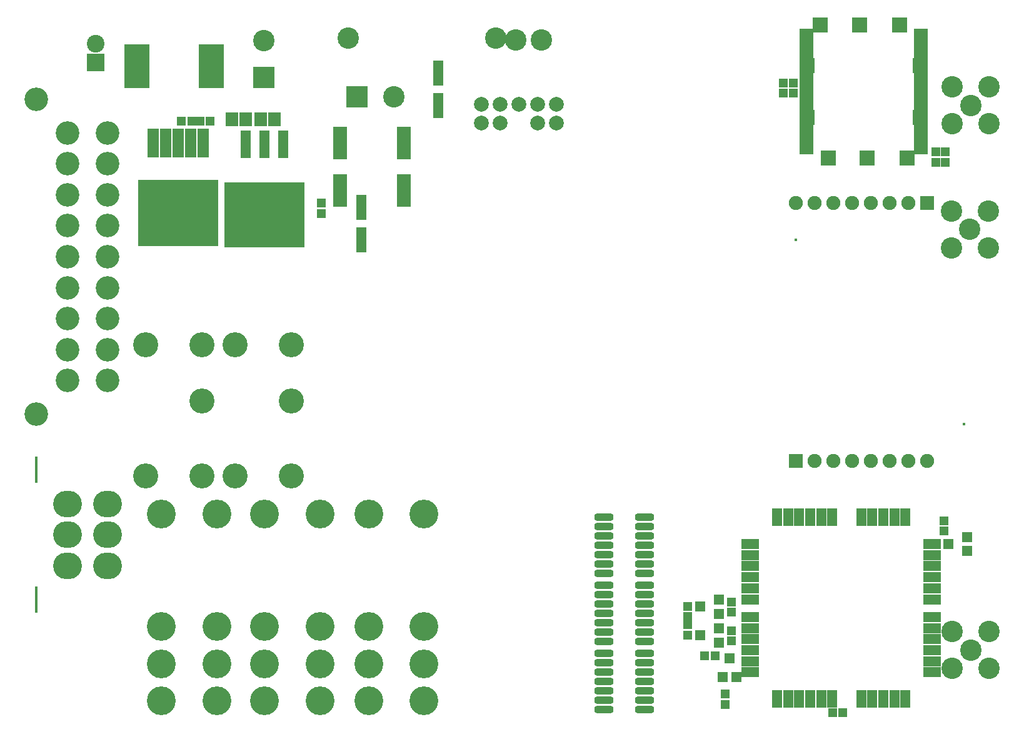
<source format=gbs>
%FSLAX44Y44*%
%MOMM*%
G71*
G01*
G75*
G04 Layer_Color=16711935*
%ADD10R,1.2000X2.0000*%
%ADD11R,1.4000X1.2000*%
%ADD12R,1.2200X0.9100*%
%ADD13R,0.9100X1.2200*%
%ADD14R,0.9000X0.6000*%
%ADD15R,0.6000X0.9000*%
%ADD16R,0.8000X2.6000*%
%ADD17R,2.6000X0.8000*%
%ADD18R,1.0000X1.0000*%
%ADD19R,1.0000X1.0000*%
%ADD20R,1.5000X1.3000*%
%ADD21R,1.3000X1.5000*%
%ADD22R,0.8000X0.9000*%
%ADD23R,0.9000X0.8000*%
%ADD24R,1.7000X3.5000*%
%ADD25R,7.7000X5.5500*%
%ADD26R,2.2000X1.0000*%
%ADD27R,1.1000X2.6000*%
%ADD28O,0.3000X2.1000*%
%ADD29O,2.1000X0.3000*%
%ADD30O,1.7000X0.4500*%
%ADD31R,2.4000X3.3000*%
%ADD32R,2.4000X1.0000*%
%ADD33R,5.5500X7.7000*%
%ADD34R,1.0000X2.2000*%
%ADD35C,0.5000*%
%ADD36C,0.3000*%
%ADD37C,0.7500*%
%ADD38C,1.0000*%
%ADD39C,1.5000*%
%ADD40C,0.8000*%
%ADD41C,3.5000*%
%ADD42C,3.0000*%
%ADD43C,5.0000*%
%ADD44C,1.2500*%
%ADD45C,2.5000*%
%ADD46C,1.6000*%
%ADD47C,2.0000*%
%ADD48R,2.0000X2.0000*%
%ADD49R,2.5000X2.5000*%
%ADD50R,2.5000X2.5000*%
%ADD51C,3.5000*%
%ADD52C,3.0000*%
%ADD53C,2.8000*%
%ADD54O,3.5000X3.2000*%
%ADD55C,1.5000*%
%ADD56R,1.5000X1.5000*%
%ADD57C,0.8000*%
%ADD58C,1.0000*%
%ADD59R,3.1000X5.6000*%
%ADD60R,1.0000X3.0000*%
%ADD61R,1.5000X4.0000*%
%ADD62R,1.5000X0.7000*%
%ADD63R,1.7000X1.7000*%
%ADD64R,1.1000X3.5000*%
%ADD65R,10.5000X8.6000*%
%ADD66R,1.0000X2.0000*%
%ADD67R,2.0000X1.0000*%
G04:AMPARAMS|DCode=68|XSize=2.2mm|YSize=0.6mm|CornerRadius=0.15mm|HoleSize=0mm|Usage=FLASHONLY|Rotation=180.000|XOffset=0mm|YOffset=0mm|HoleType=Round|Shape=RoundedRectangle|*
%AMROUNDEDRECTD68*
21,1,2.2000,0.3000,0,0,180.0*
21,1,1.9000,0.6000,0,0,180.0*
1,1,0.3000,-0.9500,0.1500*
1,1,0.3000,0.9500,0.1500*
1,1,0.3000,0.9500,-0.1500*
1,1,0.3000,-0.9500,-0.1500*
%
%ADD68ROUNDEDRECTD68*%
%ADD69R,10.5000X8.4000*%
%ADD70R,1.0500X3.3000*%
%ADD71C,2.0000*%
%ADD72R,1.6000X2.4000*%
%ADD73R,1.8000X1.6000*%
%ADD74R,1.6200X1.3100*%
%ADD75R,1.3100X1.6200*%
%ADD76R,1.3000X1.0000*%
%ADD77R,1.0000X1.3000*%
%ADD78R,1.2000X3.0000*%
%ADD79R,3.0000X1.2000*%
%ADD80R,1.4000X1.4000*%
%ADD81R,1.4000X1.4000*%
%ADD82R,1.9000X1.7000*%
%ADD83R,1.7000X1.9000*%
%ADD84R,1.2000X1.3000*%
%ADD85R,1.3000X1.2000*%
%ADD86R,2.1000X3.9000*%
%ADD87R,8.1000X5.9500*%
%ADD88R,2.6000X1.4000*%
%ADD89R,1.5000X3.0000*%
%ADD90O,0.7000X2.5000*%
%ADD91O,2.5000X0.7000*%
%ADD92O,2.1000X0.8500*%
%ADD93R,2.8000X3.7000*%
%ADD94R,2.8000X1.4000*%
%ADD95R,5.9500X8.1000*%
%ADD96R,1.4000X2.6000*%
%ADD97C,2.9000*%
%ADD98C,2.0000*%
%ADD99C,2.4000*%
%ADD100R,2.4000X2.4000*%
%ADD101R,2.9000X2.9000*%
%ADD102R,2.9000X2.9000*%
%ADD103C,3.9000*%
%ADD104C,3.4000*%
%ADD105C,3.2000*%
%ADD106O,3.9000X3.6000*%
%ADD107O,0.4000X3.6000*%
%ADD108C,0.4000*%
%ADD109C,1.9000*%
%ADD110R,1.9000X1.9000*%
%ADD111R,3.5000X6.0000*%
%ADD112R,1.4000X3.4000*%
%ADD113R,1.9000X4.4000*%
%ADD114R,1.9000X1.1000*%
%ADD115R,2.1000X2.1000*%
%ADD116R,1.5000X3.9000*%
%ADD117R,10.9000X9.0000*%
%ADD118R,1.4000X2.4000*%
%ADD119R,2.4000X1.4000*%
G04:AMPARAMS|DCode=120|XSize=2.6mm|YSize=1mm|CornerRadius=0.35mm|HoleSize=0mm|Usage=FLASHONLY|Rotation=180.000|XOffset=0mm|YOffset=0mm|HoleType=Round|Shape=RoundedRectangle|*
%AMROUNDEDRECTD120*
21,1,2.6000,0.3000,0,0,180.0*
21,1,1.9000,1.0000,0,0,180.0*
1,1,0.7000,-0.9500,0.1500*
1,1,0.7000,0.9500,0.1500*
1,1,0.7000,0.9500,-0.1500*
1,1,0.7000,-0.9500,-0.1500*
%
%ADD120ROUNDEDRECTD120*%
%ADD121R,10.9000X8.8000*%
%ADD122R,1.4500X3.7000*%
D80*
X1100500Y240500D02*
D03*
X1091000Y215000D02*
D03*
X1110000D02*
D03*
D81*
X1396500Y395500D02*
D03*
X1422000Y386000D02*
D03*
Y405000D02*
D03*
X1060500Y271500D02*
D03*
X1086000Y262000D02*
D03*
Y281000D02*
D03*
X1060500Y310500D02*
D03*
X1086000Y301000D02*
D03*
Y320000D02*
D03*
D83*
X426500Y971000D02*
D03*
X445500D02*
D03*
X465500D02*
D03*
X484500D02*
D03*
D84*
X372000Y969000D02*
D03*
X358000D02*
D03*
X397000D02*
D03*
X383000D02*
D03*
X1187000Y1020000D02*
D03*
X1173000D02*
D03*
X1187000Y1007000D02*
D03*
X1173000D02*
D03*
X1081000Y244000D02*
D03*
X1067000D02*
D03*
X1254000Y167000D02*
D03*
X1240000D02*
D03*
D85*
X1380000Y927000D02*
D03*
Y913000D02*
D03*
X1393000Y927000D02*
D03*
Y913000D02*
D03*
X1391000Y413000D02*
D03*
Y427000D02*
D03*
X1103000Y264000D02*
D03*
Y278000D02*
D03*
Y303000D02*
D03*
Y317000D02*
D03*
X1044000Y272000D02*
D03*
Y286000D02*
D03*
X1044000Y311000D02*
D03*
Y297000D02*
D03*
X548000Y843750D02*
D03*
Y857750D02*
D03*
X1095000Y178000D02*
D03*
Y192000D02*
D03*
D97*
X784000Y1081000D02*
D03*
X584000D02*
D03*
X811000Y1079000D02*
D03*
X846000D02*
D03*
X646000Y1002000D02*
D03*
X470000Y1078000D02*
D03*
X1452000Y965000D02*
D03*
Y1015000D02*
D03*
X1427000Y990000D02*
D03*
X1402000Y965000D02*
D03*
Y1015000D02*
D03*
X1452000Y227000D02*
D03*
Y277000D02*
D03*
X1427000Y252000D02*
D03*
X1402000Y227000D02*
D03*
Y277000D02*
D03*
X1451000Y797000D02*
D03*
Y847000D02*
D03*
X1426000Y822000D02*
D03*
X1401000Y797000D02*
D03*
Y847000D02*
D03*
D98*
X764200Y991700D02*
D03*
Y966300D02*
D03*
X789600Y991700D02*
D03*
Y966300D02*
D03*
X815000Y991700D02*
D03*
X840400D02*
D03*
Y966300D02*
D03*
X865800Y991700D02*
D03*
Y966300D02*
D03*
D99*
X242000Y1073500D02*
D03*
D100*
Y1048500D02*
D03*
D101*
X596000Y1002000D02*
D03*
D102*
X470000Y1028000D02*
D03*
D103*
X406080Y436296D02*
D03*
X331080D02*
D03*
Y233296D02*
D03*
X406080D02*
D03*
Y283696D02*
D03*
X331080D02*
D03*
Y182896D02*
D03*
X406080D02*
D03*
X545780Y436296D02*
D03*
X470780D02*
D03*
Y233296D02*
D03*
X545780D02*
D03*
Y283696D02*
D03*
X470780D02*
D03*
Y182896D02*
D03*
X545780D02*
D03*
X686750Y436296D02*
D03*
X611750D02*
D03*
Y233296D02*
D03*
X686750D02*
D03*
Y283696D02*
D03*
X611750D02*
D03*
Y182896D02*
D03*
X686750D02*
D03*
D104*
X507200Y666000D02*
D03*
X431000D02*
D03*
X507200Y589800D02*
D03*
Y488200D02*
D03*
X431000D02*
D03*
X386200Y666000D02*
D03*
X310000D02*
D03*
X386200Y589800D02*
D03*
Y488200D02*
D03*
X310000D02*
D03*
D105*
X203500Y617000D02*
D03*
Y659000D02*
D03*
Y701000D02*
D03*
Y869000D02*
D03*
Y911000D02*
D03*
Y953000D02*
D03*
X258500D02*
D03*
Y617000D02*
D03*
Y659000D02*
D03*
Y701000D02*
D03*
Y911000D02*
D03*
Y869000D02*
D03*
Y827000D02*
D03*
X203500D02*
D03*
X258500Y785000D02*
D03*
X203500D02*
D03*
X258500Y743000D02*
D03*
X203500D02*
D03*
X161500Y572000D02*
D03*
Y998000D02*
D03*
D106*
X258500Y450000D02*
D03*
X203500D02*
D03*
X258500Y408000D02*
D03*
X203500D02*
D03*
X258500Y366000D02*
D03*
X203500D02*
D03*
D107*
X161500Y320000D02*
D03*
Y496000D02*
D03*
D108*
X1417800Y558000D02*
D03*
X1190000Y808000D02*
D03*
D109*
Y858000D02*
D03*
X1215400D02*
D03*
X1240800D02*
D03*
X1266200D02*
D03*
X1291600D02*
D03*
X1317000D02*
D03*
X1342400D02*
D03*
X1367800Y507750D02*
D03*
X1342400D02*
D03*
X1317000D02*
D03*
X1291600D02*
D03*
X1266200D02*
D03*
X1240800D02*
D03*
X1215400D02*
D03*
D110*
X1367800Y858000D02*
D03*
X1190000Y507750D02*
D03*
D111*
X398500Y1043000D02*
D03*
X298000D02*
D03*
D112*
X602000Y852000D02*
D03*
Y808000D02*
D03*
X706000Y1034000D02*
D03*
Y990000D02*
D03*
D113*
X573000Y939500D02*
D03*
Y874500D02*
D03*
X659000Y939500D02*
D03*
Y874500D02*
D03*
D114*
X1204500Y1089000D02*
D03*
Y1079000D02*
D03*
Y1069000D02*
D03*
Y1059000D02*
D03*
Y1029000D02*
D03*
Y1019000D02*
D03*
Y1009000D02*
D03*
Y999000D02*
D03*
Y989000D02*
D03*
Y959000D02*
D03*
Y949000D02*
D03*
Y939000D02*
D03*
Y929000D02*
D03*
X1359500Y1089000D02*
D03*
Y1079000D02*
D03*
Y1069000D02*
D03*
Y1059000D02*
D03*
Y1029000D02*
D03*
Y1019000D02*
D03*
Y1009000D02*
D03*
Y999000D02*
D03*
Y989000D02*
D03*
Y959000D02*
D03*
Y949000D02*
D03*
Y939000D02*
D03*
Y929000D02*
D03*
D115*
X1205500Y1044000D02*
D03*
Y974000D02*
D03*
X1358500Y1044000D02*
D03*
Y974000D02*
D03*
X1234000Y919000D02*
D03*
X1287000D02*
D03*
X1341000D02*
D03*
X1223000Y1099000D02*
D03*
X1277000D02*
D03*
X1331000D02*
D03*
D116*
X320000Y939500D02*
D03*
X337000D02*
D03*
X354000D02*
D03*
X371000D02*
D03*
X388000D02*
D03*
D117*
X354000Y844000D02*
D03*
D118*
X1308800Y431600D02*
D03*
X1293800D02*
D03*
X1278800D02*
D03*
X1323800D02*
D03*
X1224800D02*
D03*
X1209800D02*
D03*
X1239800D02*
D03*
X1179800D02*
D03*
X1164800D02*
D03*
X1338800D02*
D03*
X1194800D02*
D03*
X1308800Y185600D02*
D03*
X1323800D02*
D03*
X1293800D02*
D03*
X1278800D02*
D03*
X1224800D02*
D03*
X1209800D02*
D03*
X1239800D02*
D03*
X1179800D02*
D03*
X1164800D02*
D03*
X1338800D02*
D03*
X1194800D02*
D03*
D119*
X1374800Y395600D02*
D03*
Y365600D02*
D03*
Y350600D02*
D03*
Y380600D02*
D03*
X1128800Y395600D02*
D03*
Y365600D02*
D03*
Y350600D02*
D03*
Y380600D02*
D03*
X1374800Y281600D02*
D03*
Y266600D02*
D03*
Y296600D02*
D03*
Y320600D02*
D03*
X1128800Y281600D02*
D03*
Y266600D02*
D03*
Y296600D02*
D03*
Y320600D02*
D03*
X1374800Y236600D02*
D03*
Y221600D02*
D03*
X1128800Y236600D02*
D03*
Y221600D02*
D03*
X1374800Y251600D02*
D03*
Y335600D02*
D03*
X1128800Y251600D02*
D03*
Y335600D02*
D03*
D120*
X985000Y381200D02*
D03*
Y368500D02*
D03*
Y355800D02*
D03*
Y432000D02*
D03*
Y419300D02*
D03*
Y406600D02*
D03*
X930000Y381200D02*
D03*
Y368500D02*
D03*
Y355800D02*
D03*
Y432000D02*
D03*
Y419300D02*
D03*
Y406600D02*
D03*
X985000Y393900D02*
D03*
X930000D02*
D03*
X985000Y196200D02*
D03*
Y183500D02*
D03*
Y170800D02*
D03*
Y247000D02*
D03*
Y234300D02*
D03*
Y221600D02*
D03*
X930000Y196200D02*
D03*
Y183500D02*
D03*
Y170800D02*
D03*
Y247000D02*
D03*
Y234300D02*
D03*
Y221600D02*
D03*
X985000Y208900D02*
D03*
X930000D02*
D03*
X985000Y288700D02*
D03*
Y276000D02*
D03*
Y263300D02*
D03*
Y339500D02*
D03*
Y326800D02*
D03*
Y314100D02*
D03*
X930000Y288700D02*
D03*
Y276000D02*
D03*
Y263300D02*
D03*
Y339500D02*
D03*
Y326800D02*
D03*
Y314100D02*
D03*
X985000Y301400D02*
D03*
X930000D02*
D03*
D121*
X471000Y842000D02*
D03*
D122*
X496400Y937500D02*
D03*
X471000D02*
D03*
X445600D02*
D03*
M02*

</source>
